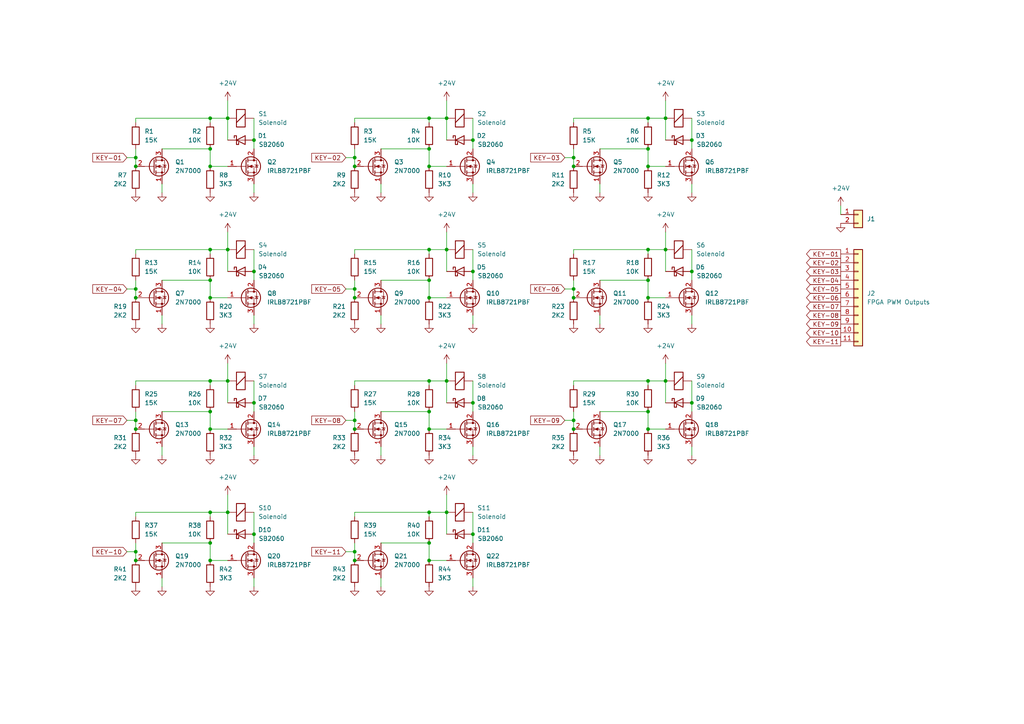
<source format=kicad_sch>
(kicad_sch (version 20211123) (generator eeschema)
  (paper "A4")
  (junction (at 187.96 43.18))
  (junction (at 193.04 34.29))
  (junction (at 166.37 121.92))
  (junction (at 129.54 34.29))
  (junction (at 124.46 34.29))
  (junction (at 73.66 154.94))
  (junction (at 124.46 119.38))
  (junction (at 39.37 48.26))
  (junction (at 129.54 72.39))
  (junction (at 124.46 110.49))
  (junction (at 60.96 48.26))
  (junction (at 129.54 148.59))
  (junction (at 166.37 45.72))
  (junction (at 137.16 78.74))
  (junction (at 60.96 162.56))
  (junction (at 124.46 48.26))
  (junction (at 166.37 86.36))
  (junction (at 39.37 45.72))
  (junction (at 39.37 83.82))
  (junction (at 60.96 119.38))
  (junction (at 66.04 148.59))
  (junction (at 73.66 40.64))
  (junction (at 102.87 124.46))
  (junction (at 66.04 72.39))
  (junction (at 187.96 81.28))
  (junction (at 200.66 40.64))
  (junction (at 102.87 45.72))
  (junction (at 39.37 121.92))
  (junction (at 187.96 48.26))
  (junction (at 124.46 81.28))
  (junction (at 193.04 110.49))
  (junction (at 60.96 124.46))
  (junction (at 166.37 48.26))
  (junction (at 60.96 81.28))
  (junction (at 60.96 43.18))
  (junction (at 102.87 160.02))
  (junction (at 73.66 78.74))
  (junction (at 60.96 157.48))
  (junction (at 60.96 86.36))
  (junction (at 187.96 72.39))
  (junction (at 137.16 154.94))
  (junction (at 200.66 116.84))
  (junction (at 137.16 116.84))
  (junction (at 60.96 110.49))
  (junction (at 102.87 121.92))
  (junction (at 124.46 162.56))
  (junction (at 124.46 124.46))
  (junction (at 166.37 83.82))
  (junction (at 102.87 83.82))
  (junction (at 60.96 148.59))
  (junction (at 102.87 86.36))
  (junction (at 39.37 124.46))
  (junction (at 73.66 116.84))
  (junction (at 187.96 119.38))
  (junction (at 187.96 34.29))
  (junction (at 124.46 86.36))
  (junction (at 124.46 157.48))
  (junction (at 187.96 86.36))
  (junction (at 60.96 34.29))
  (junction (at 102.87 48.26))
  (junction (at 187.96 124.46))
  (junction (at 66.04 110.49))
  (junction (at 124.46 43.18))
  (junction (at 102.87 162.56))
  (junction (at 124.46 72.39))
  (junction (at 200.66 78.74))
  (junction (at 66.04 34.29))
  (junction (at 39.37 162.56))
  (junction (at 39.37 160.02))
  (junction (at 124.46 148.59))
  (junction (at 137.16 40.64))
  (junction (at 187.96 110.49))
  (junction (at 193.04 72.39))
  (junction (at 166.37 124.46))
  (junction (at 60.96 72.39))
  (junction (at 129.54 110.49))
  (junction (at 39.37 86.36))
  (wire (pts (xy 39.37 148.59) (xy 60.96 148.59)))
  (wire (pts (xy 193.04 110.49) (xy 193.04 116.84)))
  (wire (pts (xy 102.87 34.29) (xy 102.87 35.56)))
  (wire (pts (xy 124.46 110.49) (xy 124.46 111.76)))
  (wire (pts (xy 110.49 53.34) (xy 110.49 55.88)))
  (wire (pts (xy 124.46 48.26) (xy 129.54 48.26)))
  (wire (pts (xy 39.37 45.72) (xy 39.37 48.26)))
  (wire (pts (xy 102.87 148.59) (xy 124.46 148.59)))
  (wire (pts (xy 39.37 43.18) (xy 39.37 45.72)))
  (wire (pts (xy 36.83 45.72) (xy 39.37 45.72)))
  (wire (pts (xy 102.87 43.18) (xy 102.87 45.72)))
  (wire (pts (xy 187.96 34.29) (xy 187.96 35.56)))
  (wire (pts (xy 39.37 148.59) (xy 39.37 149.86)))
  (wire (pts (xy 173.99 43.18) (xy 187.96 43.18)))
  (wire (pts (xy 110.49 119.38) (xy 124.46 119.38)))
  (wire (pts (xy 193.04 105.41) (xy 193.04 110.49)))
  (wire (pts (xy 60.96 72.39) (xy 66.04 72.39)))
  (wire (pts (xy 66.04 105.41) (xy 66.04 110.49)))
  (wire (pts (xy 193.04 72.39) (xy 193.04 78.74)))
  (wire (pts (xy 102.87 72.39) (xy 124.46 72.39)))
  (wire (pts (xy 66.04 143.51) (xy 66.04 148.59)))
  (wire (pts (xy 129.54 105.41) (xy 129.54 110.49)))
  (wire (pts (xy 60.96 34.29) (xy 60.96 35.56)))
  (wire (pts (xy 60.96 124.46) (xy 66.04 124.46)))
  (wire (pts (xy 60.96 72.39) (xy 60.96 73.66)))
  (wire (pts (xy 39.37 72.39) (xy 60.96 72.39)))
  (wire (pts (xy 193.04 34.29) (xy 193.04 40.64)))
  (wire (pts (xy 100.33 121.92) (xy 102.87 121.92)))
  (wire (pts (xy 46.99 53.34) (xy 46.99 55.88)))
  (wire (pts (xy 173.99 129.54) (xy 173.99 132.08)))
  (wire (pts (xy 166.37 119.38) (xy 166.37 121.92)))
  (wire (pts (xy 73.66 129.54) (xy 73.66 132.08)))
  (wire (pts (xy 166.37 110.49) (xy 187.96 110.49)))
  (wire (pts (xy 200.66 116.84) (xy 200.66 119.38)))
  (wire (pts (xy 100.33 83.82) (xy 102.87 83.82)))
  (wire (pts (xy 39.37 34.29) (xy 39.37 35.56)))
  (wire (pts (xy 124.46 72.39) (xy 124.46 73.66)))
  (wire (pts (xy 39.37 34.29) (xy 60.96 34.29)))
  (wire (pts (xy 46.99 119.38) (xy 60.96 119.38)))
  (wire (pts (xy 110.49 91.44) (xy 110.49 93.98)))
  (wire (pts (xy 73.66 78.74) (xy 73.66 81.28)))
  (wire (pts (xy 46.99 157.48) (xy 60.96 157.48)))
  (wire (pts (xy 243.84 59.69) (xy 243.84 62.23)))
  (wire (pts (xy 73.66 40.64) (xy 73.66 43.18)))
  (wire (pts (xy 187.96 119.38) (xy 187.96 124.46)))
  (wire (pts (xy 60.96 110.49) (xy 60.96 111.76)))
  (wire (pts (xy 200.66 91.44) (xy 200.66 93.98)))
  (wire (pts (xy 110.49 43.18) (xy 124.46 43.18)))
  (wire (pts (xy 100.33 160.02) (xy 102.87 160.02)))
  (wire (pts (xy 73.66 148.59) (xy 73.66 154.94)))
  (wire (pts (xy 163.83 83.82) (xy 166.37 83.82)))
  (wire (pts (xy 39.37 110.49) (xy 39.37 111.76)))
  (wire (pts (xy 163.83 45.72) (xy 166.37 45.72)))
  (wire (pts (xy 187.96 43.18) (xy 187.96 48.26)))
  (wire (pts (xy 110.49 167.64) (xy 110.49 170.18)))
  (wire (pts (xy 102.87 110.49) (xy 102.87 111.76)))
  (wire (pts (xy 166.37 81.28) (xy 166.37 83.82)))
  (wire (pts (xy 166.37 72.39) (xy 187.96 72.39)))
  (wire (pts (xy 39.37 157.48) (xy 39.37 160.02)))
  (wire (pts (xy 73.66 110.49) (xy 73.66 116.84)))
  (wire (pts (xy 60.96 119.38) (xy 60.96 124.46)))
  (wire (pts (xy 110.49 157.48) (xy 124.46 157.48)))
  (wire (pts (xy 39.37 72.39) (xy 39.37 73.66)))
  (wire (pts (xy 102.87 45.72) (xy 102.87 48.26)))
  (wire (pts (xy 102.87 34.29) (xy 124.46 34.29)))
  (wire (pts (xy 110.49 129.54) (xy 110.49 132.08)))
  (wire (pts (xy 193.04 67.31) (xy 193.04 72.39)))
  (wire (pts (xy 129.54 148.59) (xy 129.54 154.94)))
  (wire (pts (xy 124.46 110.49) (xy 129.54 110.49)))
  (wire (pts (xy 166.37 45.72) (xy 166.37 48.26)))
  (wire (pts (xy 187.96 48.26) (xy 193.04 48.26)))
  (wire (pts (xy 46.99 129.54) (xy 46.99 132.08)))
  (wire (pts (xy 137.16 116.84) (xy 137.16 119.38)))
  (wire (pts (xy 60.96 43.18) (xy 60.96 48.26)))
  (wire (pts (xy 46.99 43.18) (xy 60.96 43.18)))
  (wire (pts (xy 187.96 86.36) (xy 193.04 86.36)))
  (wire (pts (xy 39.37 81.28) (xy 39.37 83.82)))
  (wire (pts (xy 36.83 121.92) (xy 39.37 121.92)))
  (wire (pts (xy 46.99 81.28) (xy 60.96 81.28)))
  (wire (pts (xy 102.87 148.59) (xy 102.87 149.86)))
  (wire (pts (xy 200.66 40.64) (xy 200.66 43.18)))
  (wire (pts (xy 39.37 160.02) (xy 39.37 162.56)))
  (wire (pts (xy 124.46 148.59) (xy 129.54 148.59)))
  (wire (pts (xy 187.96 72.39) (xy 187.96 73.66)))
  (wire (pts (xy 60.96 157.48) (xy 60.96 162.56)))
  (wire (pts (xy 137.16 72.39) (xy 137.16 78.74)))
  (wire (pts (xy 129.54 29.21) (xy 129.54 34.29)))
  (wire (pts (xy 187.96 110.49) (xy 187.96 111.76)))
  (wire (pts (xy 102.87 157.48) (xy 102.87 160.02)))
  (wire (pts (xy 46.99 91.44) (xy 46.99 93.98)))
  (wire (pts (xy 163.83 121.92) (xy 166.37 121.92)))
  (wire (pts (xy 137.16 40.64) (xy 137.16 43.18)))
  (wire (pts (xy 73.66 91.44) (xy 73.66 93.98)))
  (wire (pts (xy 200.66 78.74) (xy 200.66 81.28)))
  (wire (pts (xy 66.04 67.31) (xy 66.04 72.39)))
  (wire (pts (xy 73.66 116.84) (xy 73.66 119.38)))
  (wire (pts (xy 124.46 34.29) (xy 129.54 34.29)))
  (wire (pts (xy 137.16 78.74) (xy 137.16 81.28)))
  (wire (pts (xy 124.46 157.48) (xy 124.46 162.56)))
  (wire (pts (xy 137.16 53.34) (xy 137.16 55.88)))
  (wire (pts (xy 102.87 160.02) (xy 102.87 162.56)))
  (wire (pts (xy 100.33 45.72) (xy 102.87 45.72)))
  (wire (pts (xy 124.46 34.29) (xy 124.46 35.56)))
  (wire (pts (xy 60.96 162.56) (xy 66.04 162.56)))
  (wire (pts (xy 60.96 86.36) (xy 66.04 86.36)))
  (wire (pts (xy 129.54 67.31) (xy 129.54 72.39)))
  (wire (pts (xy 102.87 119.38) (xy 102.87 121.92)))
  (wire (pts (xy 124.46 81.28) (xy 124.46 86.36)))
  (wire (pts (xy 200.66 129.54) (xy 200.66 132.08)))
  (wire (pts (xy 187.96 110.49) (xy 193.04 110.49)))
  (wire (pts (xy 102.87 83.82) (xy 102.87 86.36)))
  (wire (pts (xy 73.66 34.29) (xy 73.66 40.64)))
  (wire (pts (xy 124.46 148.59) (xy 124.46 149.86)))
  (wire (pts (xy 166.37 34.29) (xy 187.96 34.29)))
  (wire (pts (xy 39.37 119.38) (xy 39.37 121.92)))
  (wire (pts (xy 187.96 34.29) (xy 193.04 34.29)))
  (wire (pts (xy 102.87 110.49) (xy 124.46 110.49)))
  (wire (pts (xy 137.16 148.59) (xy 137.16 154.94)))
  (wire (pts (xy 129.54 110.49) (xy 129.54 116.84)))
  (wire (pts (xy 36.83 83.82) (xy 39.37 83.82)))
  (wire (pts (xy 137.16 110.49) (xy 137.16 116.84)))
  (wire (pts (xy 166.37 43.18) (xy 166.37 45.72)))
  (wire (pts (xy 200.66 53.34) (xy 200.66 55.88)))
  (wire (pts (xy 200.66 34.29) (xy 200.66 40.64)))
  (wire (pts (xy 137.16 154.94) (xy 137.16 157.48)))
  (wire (pts (xy 173.99 119.38) (xy 187.96 119.38)))
  (wire (pts (xy 39.37 83.82) (xy 39.37 86.36)))
  (wire (pts (xy 66.04 34.29) (xy 66.04 40.64)))
  (wire (pts (xy 73.66 154.94) (xy 73.66 157.48)))
  (wire (pts (xy 46.99 167.64) (xy 46.99 170.18)))
  (wire (pts (xy 137.16 167.64) (xy 137.16 170.18)))
  (wire (pts (xy 73.66 53.34) (xy 73.66 55.88)))
  (wire (pts (xy 137.16 91.44) (xy 137.16 93.98)))
  (wire (pts (xy 166.37 72.39) (xy 166.37 73.66)))
  (wire (pts (xy 129.54 72.39) (xy 129.54 78.74)))
  (wire (pts (xy 124.46 119.38) (xy 124.46 124.46)))
  (wire (pts (xy 102.87 121.92) (xy 102.87 124.46)))
  (wire (pts (xy 166.37 110.49) (xy 166.37 111.76)))
  (wire (pts (xy 173.99 53.34) (xy 173.99 55.88)))
  (wire (pts (xy 129.54 143.51) (xy 129.54 148.59)))
  (wire (pts (xy 102.87 81.28) (xy 102.87 83.82)))
  (wire (pts (xy 173.99 81.28) (xy 187.96 81.28)))
  (wire (pts (xy 193.04 29.21) (xy 193.04 34.29)))
  (wire (pts (xy 124.46 43.18) (xy 124.46 48.26)))
  (wire (pts (xy 166.37 121.92) (xy 166.37 124.46)))
  (wire (pts (xy 73.66 72.39) (xy 73.66 78.74)))
  (wire (pts (xy 129.54 34.29) (xy 129.54 40.64)))
  (wire (pts (xy 137.16 34.29) (xy 137.16 40.64)))
  (wire (pts (xy 187.96 72.39) (xy 193.04 72.39)))
  (wire (pts (xy 60.96 148.59) (xy 60.96 149.86)))
  (wire (pts (xy 36.83 160.02) (xy 39.37 160.02)))
  (wire (pts (xy 124.46 72.39) (xy 129.54 72.39)))
  (wire (pts (xy 66.04 72.39) (xy 66.04 78.74)))
  (wire (pts (xy 60.96 148.59) (xy 66.04 148.59)))
  (wire (pts (xy 66.04 110.49) (xy 66.04 116.84)))
  (wire (pts (xy 60.96 81.28) (xy 60.96 86.36)))
  (wire (pts (xy 137.16 129.54) (xy 137.16 132.08)))
  (wire (pts (xy 187.96 124.46) (xy 193.04 124.46)))
  (wire (pts (xy 73.66 167.64) (xy 73.66 170.18)))
  (wire (pts (xy 66.04 29.21) (xy 66.04 34.29)))
  (wire (pts (xy 124.46 124.46) (xy 129.54 124.46)))
  (wire (pts (xy 173.99 91.44) (xy 173.99 93.98)))
  (wire (pts (xy 66.04 148.59) (xy 66.04 154.94)))
  (wire (pts (xy 166.37 83.82) (xy 166.37 86.36)))
  (wire (pts (xy 39.37 110.49) (xy 60.96 110.49)))
  (wire (pts (xy 124.46 162.56) (xy 129.54 162.56)))
  (wire (pts (xy 39.37 121.92) (xy 39.37 124.46)))
  (wire (pts (xy 60.96 48.26) (xy 66.04 48.26)))
  (wire (pts (xy 102.87 72.39) (xy 102.87 73.66)))
  (wire (pts (xy 110.49 81.28) (xy 124.46 81.28)))
  (wire (pts (xy 200.66 110.49) (xy 200.66 116.84)))
  (wire (pts (xy 60.96 34.29) (xy 66.04 34.29)))
  (wire (pts (xy 166.37 34.29) (xy 166.37 35.56)))
  (wire (pts (xy 124.46 86.36) (xy 129.54 86.36)))
  (wire (pts (xy 200.66 72.39) (xy 200.66 78.74)))
  (wire (pts (xy 187.96 81.28) (xy 187.96 86.36)))
  (wire (pts (xy 60.96 110.49) (xy 66.04 110.49)))
  (global_label "KEY-05" (shape input) (at 100.33 83.82 180) (property "Intersheet References" "${INTERSHEET_REFS}" (effects hide)))
  (global_label "KEY-01" (shape input) (at 36.83 45.72 180) (property "Intersheet References" "${INTERSHEET_REFS}" (effects hide)))
  (global_label "KEY-06" (shape input) (at 163.83 83.82 180) (property "Intersheet References" "${INTERSHEET_REFS}" (effects hide)))
  (global_label "KEY-09" (shape input) (at 163.83 121.92 180) (property "Intersheet References" "${INTERSHEET_REFS}" (effects hide)))
  (global_label "KEY-02" (shape output) (at 243.84 76.2 180) (property "Intersheet References" "${INTERSHEET_REFS}" (effects hide)))
  (global_label "KEY-10" (shape input) (at 36.83 160.02 180) (property "Intersheet References" "${INTERSHEET_REFS}" (effects hide)))
  (global_label "KEY-03" (shape input) (at 163.83 45.72 180) (property "Intersheet References" "${INTERSHEET_REFS}" (effects hide)))
  (global_label "KEY-11" (shape input) (at 100.33 160.02 180) (property "Intersheet References" "${INTERSHEET_REFS}" (effects hide)))
  (global_label "KEY-02" (shape input) (at 100.33 45.72 180) (property "Intersheet References" "${INTERSHEET_REFS}" (effects hide)))
  (global_label "KEY-07" (shape output) (at 243.84 88.9 180) (property "Intersheet References" "${INTERSHEET_REFS}" (effects hide)))
  (global_label "KEY-08" (shape input) (at 100.33 121.92 180) (property "Intersheet References" "${INTERSHEET_REFS}" (effects hide)))
  (global_label "KEY-11" (shape output) (at 243.84 99.06 180) (property "Intersheet References" "${INTERSHEET_REFS}" (effects hide)))
  (global_label "KEY-10" (shape output) (at 243.84 96.52 180) (property "Intersheet References" "${INTERSHEET_REFS}" (effects hide)))
  (global_label "KEY-01" (shape output) (at 243.84 73.66 180) (property "Intersheet References" "${INTERSHEET_REFS}" (effects hide)))
  (global_label "KEY-04" (shape input) (at 36.83 83.82 180) (property "Intersheet References" "${INTERSHEET_REFS}" (effects hide)))
  (global_label "KEY-07" (shape input) (at 36.83 121.92 180) (property "Intersheet References" "${INTERSHEET_REFS}" (effects hide)))
  (global_label "KEY-03" (shape output) (at 243.84 78.74 180) (property "Intersheet References" "${INTERSHEET_REFS}" (effects hide)))
  (global_label "KEY-05" (shape output) (at 243.84 83.82 180) (property "Intersheet References" "${INTERSHEET_REFS}" (effects hide)))
  (global_label "KEY-04" (shape output) (at 243.84 81.28 180) (property "Intersheet References" "${INTERSHEET_REFS}" (effects hide)))
  (global_label "KEY-06" (shape output) (at 243.84 86.36 180) (property "Intersheet References" "${INTERSHEET_REFS}" (effects hide)))
  (global_label "KEY-08" (shape output) (at 243.84 91.44 180) (property "Intersheet References" "${INTERSHEET_REFS}" (effects hide)))
  (global_label "KEY-09" (shape output) (at 243.84 93.98 180) (property "Intersheet References" "${INTERSHEET_REFS}" (effects hide)))
  (symbol (lib_id "power:GND") (at 73.66 55.88 0) (unit 1)
    (property "Reference" "#PWR07" (effects hide))
    (property "Value" "GND" (effects hide))
  )
  (symbol (lib_id "power:GND") (at 166.37 55.88 0) (unit 1)
    (property "Reference" "#PWR012" (effects hide))
    (property "Value" "GND" (effects hide))
  )
  (symbol (lib_id "Device:R") (at 187.96 39.37 0) (unit 1)
    (property "Reference" "R6" (at 185.42 38.1 0) (effects (justify right)))
    (property "Value" "10K" (at 185.42 40.64 0) (effects (justify right)))
    (property "Footprint" "Resistor_THT:R_Axial_DIN0204_L3.6mm_D1.6mm_P2.54mm_Vertical" (effects hide))
  )
  (symbol (lib_id "power:+24V") (at 129.54 29.21 0) (unit 1)
    (property "Reference" "#PWR02" (effects hide))
    (property "Value" "+24V" (at 129.54 24.13 0))
  )
  (symbol (lib_id "power:GND") (at 200.66 55.88 0) (unit 1)
    (property "Reference" "#PWR015" (effects hide))
    (property "Value" "GND" (effects hide))
  )
  (symbol (lib_id "power:GND") (at 187.96 93.98 0) (unit 1)
    (property "Reference" "#PWR031" (effects hide))
    (property "Value" "GND" (effects hide))
  )
  (symbol (lib_id "power:GND") (at 39.37 132.08 0) (unit 1)
    (property "Reference" "#PWR036" (effects hide))
    (property "Value" "GND" (effects hide))
  )
  (symbol (lib_id "Device:R") (at 60.96 52.07 0) (unit 1)
    (property "Reference" "R8" (at 63.5 50.7999 0) (effects (justify left)))
    (property "Value" "3K3" (at 63.5 53.3399 0) (effects (justify left)))
    (property "Footprint" "Resistor_THT:R_Axial_DIN0204_L3.6mm_D1.6mm_P2.54mm_Vertical" (effects hide))
  )
  (symbol (lib_id "Device:ElectromagneticActor") (at 134.62 34.29 90) (unit 1)
    (property "Reference" "S2" (at 138.43 33.02 90) (effects (justify right)))
    (property "Value" "Solenoid" (at 138.43 35.56 90) (effects (justify right)))
    (property "Footprint" "TerminalBlock_TE-Connectivity:TerminalBlock_TE_282834-2_1x02_P2.54mm_Horizontal" (effects hide))
  )
  (symbol (lib_id "Transistor_FET:IRLB8721PBF") (at 71.12 48.26 0) (unit 1)
    (property "Reference" "Q2" (at 77.47 46.9899 0) (effects (justify left)))
    (property "Value" "IRLB8721PBF" (at 77.47 49.5299 0) (effects (justify left)))
    (property "Footprint" "Package_TO_SOT_THT:TO-220-3_Vertical" (effects hide))
    (property "Datasheet" "http://www.infineon.com/dgdl/irlb8721pbf.pdf?fileId=5546d462533600a40153566056732591" (effects hide))
  )
  (symbol (lib_id "Device:D_Schottky") (at 69.85 40.64 0) (unit 1)
    (property "Reference" "D1" (at 77.47 39.37 0) (effects (justify right)))
    (property "Value" "SB2060" (at 82.55 41.91 0) (effects (justify right)))
    (property "Footprint" "Diode_THT:D_DO-201AD_P15.24mm_Horizontal" (effects hide))
  )
  (symbol (lib_id "power:GND") (at 39.37 170.18 0) (unit 1)
    (property "Reference" "#PWR050" (effects hide))
    (property "Value" "GND" (effects hide))
  )
  (symbol (lib_id "Transistor_FET:IRLB8721PBF") (at 134.62 48.26 0) (unit 1)
    (property "Reference" "Q4" (at 140.97 46.9899 0) (effects (justify left)))
    (property "Value" "IRLB8721PBF" (at 140.97 49.5299 0) (effects (justify left)))
    (property "Footprint" "Package_TO_SOT_THT:TO-220-3_Vertical" (effects hide))
    (property "Datasheet" "http://www.infineon.com/dgdl/irlb8721pbf.pdf?fileId=5546d462533600a40153566056732591" (effects hide))
  )
  (symbol (lib_id "Transistor_FET:2N7000") (at 44.45 124.46 0) (unit 1)
    (property "Reference" "Q13" (at 50.8 123.1899 0) (effects (justify left)))
    (property "Value" "2N7000" (at 50.8 125.7299 0) (effects (justify left)))
    (property "Footprint" "Package_TO_SOT_THT:TO-92_Inline" (effects hide))
    (property "Datasheet" "https://www.vishay.com/docs/70226/70226.pdf" (effects hide))
  )
  (symbol (lib_id "Device:R") (at 187.96 128.27 0) (unit 1)
    (property "Reference" "R36" (at 190.5 126.9999 0) (effects (justify left)))
    (property "Value" "3K3" (at 190.5 129.5399 0) (effects (justify left)))
    (property "Footprint" "Resistor_THT:R_Axial_DIN0204_L3.6mm_D1.6mm_P2.54mm_Vertical" (effects hide))
  )
  (symbol (lib_id "Device:D_Schottky") (at 133.35 116.84 0) (unit 1)
    (property "Reference" "D8" (at 140.97 115.57 0) (effects (justify right)))
    (property "Value" "SB2060" (at 146.05 118.11 0) (effects (justify right)))
    (property "Footprint" "Diode_THT:D_DO-201AD_P15.24mm_Horizontal" (effects hide))
  )
  (symbol (lib_id "Device:R") (at 60.96 115.57 0) (unit 1)
    (property "Reference" "R26" (at 58.42 114.3 0) (effects (justify right)))
    (property "Value" "10K" (at 58.42 116.84 0) (effects (justify right)))
    (property "Footprint" "Resistor_THT:R_Axial_DIN0204_L3.6mm_D1.6mm_P2.54mm_Vertical" (effects hide))
  )
  (symbol (lib_id "power:GND") (at 124.46 132.08 0) (unit 1)
    (property "Reference" "#PWR042" (effects hide))
    (property "Value" "GND" (effects hide))
  )
  (symbol (lib_id "Device:R") (at 124.46 52.07 0) (unit 1)
    (property "Reference" "R10" (at 127 50.7999 0) (effects (justify left)))
    (property "Value" "3K3" (at 127 53.3399 0) (effects (justify left)))
    (property "Footprint" "Resistor_THT:R_Axial_DIN0204_L3.6mm_D1.6mm_P2.54mm_Vertical" (effects hide))
  )
  (symbol (lib_id "Device:R") (at 124.46 166.37 0) (unit 1)
    (property "Reference" "R44" (at 127 165.0999 0) (effects (justify left)))
    (property "Value" "3K3" (at 127 167.6399 0) (effects (justify left)))
    (property "Footprint" "Resistor_THT:R_Axial_DIN0204_L3.6mm_D1.6mm_P2.54mm_Vertical" (effects hide))
  )
  (symbol (lib_id "power:GND") (at 60.96 55.88 0) (unit 1)
    (property "Reference" "#PWR06" (effects hide))
    (property "Value" "GND" (effects hide))
  )
  (symbol (lib_id "Device:D_Schottky") (at 196.85 116.84 0) (unit 1)
    (property "Reference" "D9" (at 204.47 115.57 0) (effects (justify right)))
    (property "Value" "SB2060" (at 209.55 118.11 0) (effects (justify right)))
    (property "Footprint" "Diode_THT:D_DO-201AD_P15.24mm_Horizontal" (effects hide))
  )
  (symbol (lib_id "power:GND") (at 110.49 55.88 0) (unit 1)
    (property "Reference" "#PWR09" (effects hide))
    (property "Value" "GND" (effects hide))
  )
  (symbol (lib_id "Device:R") (at 102.87 39.37 180) (unit 1)
    (property "Reference" "R3" (at 105.41 38.0999 0) (effects (justify right)))
    (property "Value" "15K" (at 105.41 40.6399 0) (effects (justify right)))
    (property "Footprint" "Resistor_THT:R_Axial_DIN0204_L3.6mm_D1.6mm_P2.54mm_Vertical" (effects hide))
  )
  (symbol (lib_id "Device:R") (at 39.37 115.57 180) (unit 1)
    (property "Reference" "R25" (at 41.91 114.2999 0) (effects (justify right)))
    (property "Value" "15K" (at 41.91 116.8399 0) (effects (justify right)))
    (property "Footprint" "Resistor_THT:R_Axial_DIN0204_L3.6mm_D1.6mm_P2.54mm_Vertical" (effects hide))
  )
  (symbol (lib_id "Transistor_FET:IRLB8721PBF") (at 71.12 162.56 0) (unit 1)
    (property "Reference" "Q20" (at 77.47 161.2899 0) (effects (justify left)))
    (property "Value" "IRLB8721PBF" (at 77.47 163.8299 0) (effects (justify left)))
    (property "Footprint" "Package_TO_SOT_THT:TO-220-3_Vertical" (effects hide))
    (property "Datasheet" "http://www.infineon.com/dgdl/irlb8721pbf.pdf?fileId=5546d462533600a40153566056732591" (effects hide))
  )
  (symbol (lib_id "power:GND") (at 110.49 132.08 0) (unit 1)
    (property "Reference" "#PWR041" (effects hide))
    (property "Value" "GND" (effects hide))
  )
  (symbol (lib_id "Device:R") (at 60.96 39.37 0) (unit 1)
    (property "Reference" "R2" (at 58.42 38.1 0) (effects (justify right)))
    (property "Value" "10K" (at 58.42 40.64 0) (effects (justify right)))
    (property "Footprint" "Resistor_THT:R_Axial_DIN0204_L3.6mm_D1.6mm_P2.54mm_Vertical" (effects hide))
  )
  (symbol (lib_id "Device:D_Schottky") (at 133.35 40.64 0) (unit 1)
    (property "Reference" "D2" (at 140.97 39.37 0) (effects (justify right)))
    (property "Value" "SB2060" (at 146.05 41.91 0) (effects (justify right)))
    (property "Footprint" "Diode_THT:D_DO-201AD_P15.24mm_Horizontal" (effects hide))
  )
  (symbol (lib_id "Connector_Generic:Conn_01x02") (at 248.92 62.23 0) (unit 1)
    (property "Reference" "J1" (at 251.46 63.5 0) (effects (justify left)))
    (property "Value" "+24V" (effects hide))
    (property "Footprint" "TerminalBlock_TE-Connectivity:TerminalBlock_TE_282834-2_1x02_P2.54mm_Horizontal" (effects hide))
    (property "Spice_Primitive" "V" (effects hide))
    (property "Spice_Model" "dc 24" (effects hide))
    (property "Spice_Netlist_Enabled" "Y" (effects hide))
  )
  (symbol (lib_id "power:GND") (at 60.96 132.08 0) (unit 1)
    (property "Reference" "#PWR038" (effects hide))
    (property "Value" "GND" (effects hide))
  )
  (symbol (lib_id "Device:D_Schottky") (at 69.85 116.84 0) (unit 1)
    (property "Reference" "D7" (at 77.47 115.57 0) (effects (justify right)))
    (property "Value" "SB2060" (at 82.55 118.11 0) (effects (justify right)))
    (property "Footprint" "Diode_THT:D_DO-201AD_P15.24mm_Horizontal" (effects hide))
  )
  (symbol (lib_id "Device:R") (at 102.87 52.07 0) (unit 1)
    (property "Reference" "R9" (at 100.33 50.8 0) (effects (justify right)))
    (property "Value" "2K2" (at 100.33 53.34 0) (effects (justify right)))
    (property "Footprint" "Resistor_THT:R_Axial_DIN0204_L3.6mm_D1.6mm_P2.54mm_Vertical" (effects hide))
  )
  (symbol (lib_id "Device:R") (at 124.46 115.57 0) (unit 1)
    (property "Reference" "R28" (at 121.92 114.3 0) (effects (justify right)))
    (property "Value" "10K" (at 121.92 116.84 0) (effects (justify right)))
    (property "Footprint" "Resistor_THT:R_Axial_DIN0204_L3.6mm_D1.6mm_P2.54mm_Vertical" (effects hide))
  )
  (symbol (lib_id "Device:R") (at 39.37 166.37 0) (unit 1)
    (property "Reference" "R41" (at 36.83 165.1 0) (effects (justify right)))
    (property "Value" "2K2" (at 36.83 167.64 0) (effects (justify right)))
    (property "Footprint" "Resistor_THT:R_Axial_DIN0204_L3.6mm_D1.6mm_P2.54mm_Vertical" (effects hide))
  )
  (symbol (lib_id "power:GND") (at 124.46 93.98 0) (unit 1)
    (property "Reference" "#PWR027" (effects hide))
    (property "Value" "GND" (effects hide))
  )
  (symbol (lib_id "Device:R") (at 187.96 77.47 0) (unit 1)
    (property "Reference" "R18" (at 185.42 76.2 0) (effects (justify right)))
    (property "Value" "10K" (at 185.42 78.74 0) (effects (justify right)))
    (property "Footprint" "Resistor_THT:R_Axial_DIN0204_L3.6mm_D1.6mm_P2.54mm_Vertical" (effects hide))
  )
  (symbol (lib_id "Transistor_FET:2N7000") (at 107.95 86.36 0) (unit 1)
    (property "Reference" "Q9" (at 114.3 85.0899 0) (effects (justify left)))
    (property "Value" "2N7000" (at 114.3 87.6299 0) (effects (justify left)))
    (property "Footprint" "Package_TO_SOT_THT:TO-92_Inline" (effects hide))
    (property "Datasheet" "https://www.vishay.com/docs/70226/70226.pdf" (effects hide))
  )
  (symbol (lib_id "Device:ElectromagneticActor") (at 134.62 72.39 90) (unit 1)
    (property "Reference" "S5" (at 138.43 71.12 90) (effects (justify right)))
    (property "Value" "Solenoid" (at 138.43 73.66 90) (effects (justify right)))
    (property "Footprint" "TerminalBlock_TE-Connectivity:TerminalBlock_TE_282834-2_1x02_P2.54mm_Horizontal" (effects hide))
  )
  (symbol (lib_id "power:GND") (at 166.37 132.08 0) (unit 1)
    (property "Reference" "#PWR044" (effects hide))
    (property "Value" "GND" (effects hide))
  )
  (symbol (lib_id "power:GND") (at 187.96 55.88 0) (unit 1)
    (property "Reference" "#PWR014" (effects hide))
    (property "Value" "GND" (effects hide))
  )
  (symbol (lib_id "Device:R") (at 102.87 115.57 180) (unit 1)
    (property "Reference" "R27" (at 105.41 114.2999 0) (effects (justify right)))
    (property "Value" "15K" (at 105.41 116.8399 0) (effects (justify right)))
    (property "Footprint" "Resistor_THT:R_Axial_DIN0204_L3.6mm_D1.6mm_P2.54mm_Vertical" (effects hide))
  )
  (symbol (lib_id "power:GND") (at 187.96 132.08 0) (unit 1)
    (property "Reference" "#PWR046" (effects hide))
    (property "Value" "GND" (effects hide))
  )
  (symbol (lib_id "power:GND") (at 46.99 93.98 0) (unit 1)
    (property "Reference" "#PWR022" (effects hide))
    (property "Value" "GND" (effects hide))
  )
  (symbol (lib_id "Device:ElectromagneticActor") (at 71.12 148.59 90) (unit 1)
    (property "Reference" "S10" (at 74.93 147.32 90) (effects (justify right)))
    (property "Value" "Solenoid" (at 74.93 149.86 90) (effects (justify right)))
    (property "Footprint" "TerminalBlock_TE-Connectivity:TerminalBlock_TE_282834-2_1x02_P2.54mm_Horizontal" (effects hide))
  )
  (symbol (lib_id "Device:ElectromagneticActor") (at 198.12 72.39 90) (unit 1)
    (property "Reference" "S6" (at 201.93 71.12 90) (effects (justify right)))
    (property "Value" "Solenoid" (at 201.93 73.66 90) (effects (justify right)))
    (property "Footprint" "TerminalBlock_TE-Connectivity:TerminalBlock_TE_282834-2_1x02_P2.54mm_Horizontal" (effects hide))
  )
  (symbol (lib_id "Device:ElectromagneticActor") (at 198.12 34.29 90) (unit 1)
    (property "Reference" "S3" (at 201.93 33.02 90) (effects (justify right)))
    (property "Value" "Solenoid" (at 201.93 35.56 90) (effects (justify right)))
    (property "Footprint" "TerminalBlock_TE-Connectivity:TerminalBlock_TE_282834-2_1x02_P2.54mm_Horizontal" (effects hide))
  )
  (symbol (lib_id "Device:R") (at 39.37 90.17 0) (unit 1)
    (property "Reference" "R19" (at 36.83 88.9 0) (effects (justify right)))
    (property "Value" "2K2" (at 36.83 91.44 0) (effects (justify right)))
    (property "Footprint" "Resistor_THT:R_Axial_DIN0204_L3.6mm_D1.6mm_P2.54mm_Vertical" (effects hide))
  )
  (symbol (lib_id "power:GND") (at 102.87 170.18 0) (unit 1)
    (property "Reference" "#PWR054" (effects hide))
    (property "Value" "GND" (effects hide))
  )
  (symbol (lib_id "Device:R") (at 166.37 128.27 0) (unit 1)
    (property "Reference" "R35" (at 163.83 127 0) (effects (justify right)))
    (property "Value" "2K2" (at 163.83 129.54 0) (effects (justify right)))
    (property "Footprint" "Resistor_THT:R_Axial_DIN0204_L3.6mm_D1.6mm_P2.54mm_Vertical" (effects hide))
  )
  (symbol (lib_id "power:GND") (at 102.87 93.98 0) (unit 1)
    (property "Reference" "#PWR025" (effects hide))
    (property "Value" "GND" (effects hide))
  )
  (symbol (lib_id "Transistor_FET:2N7000") (at 171.45 86.36 0) (unit 1)
    (property "Reference" "Q11" (at 177.8 85.0899 0) (effects (justify left)))
    (property "Value" "2N7000" (at 177.8 87.6299 0) (effects (justify left)))
    (property "Footprint" "Package_TO_SOT_THT:TO-92_Inline" (effects hide))
    (property "Datasheet" "https://www.vishay.com/docs/70226/70226.pdf" (effects hide))
  )
  (symbol (lib_id "Device:D_Schottky") (at 133.35 154.94 0) (unit 1)
    (property "Reference" "D11" (at 142.24 153.67 0) (effects (justify right)))
    (property "Value" "SB2060" (at 146.05 156.21 0) (effects (justify right)))
    (property "Footprint" "Diode_THT:D_DO-201AD_P15.24mm_Horizontal" (effects hide))
  )
  (symbol (lib_id "power:+24V") (at 193.04 29.21 0) (unit 1)
    (property "Reference" "#PWR03" (effects hide))
    (property "Value" "+24V" (at 193.04 24.13 0))
  )
  (symbol (lib_id "Transistor_FET:IRLB8721PBF") (at 134.62 86.36 0) (unit 1)
    (property "Reference" "Q10" (at 140.97 85.0899 0) (effects (justify left)))
    (property "Value" "IRLB8721PBF" (at 140.97 87.6299 0) (effects (justify left)))
    (property "Footprint" "Package_TO_SOT_THT:TO-220-3_Vertical" (effects hide))
    (property "Datasheet" "http://www.infineon.com/dgdl/irlb8721pbf.pdf?fileId=5546d462533600a40153566056732591" (effects hide))
  )
  (symbol (lib_id "Device:R") (at 60.96 166.37 0) (unit 1)
    (property "Reference" "R42" (at 63.5 165.0999 0) (effects (justify left)))
    (property "Value" "3K3" (at 63.5 167.6399 0) (effects (justify left)))
    (property "Footprint" "Resistor_THT:R_Axial_DIN0204_L3.6mm_D1.6mm_P2.54mm_Vertical" (effects hide))
  )
  (symbol (lib_id "power:GND") (at 200.66 93.98 0) (unit 1)
    (property "Reference" "#PWR0101" (effects hide))
    (property "Value" "GND" (effects hide))
  )
  (symbol (lib_id "Device:D_Schottky") (at 196.85 78.74 0) (unit 1)
    (property "Reference" "D6" (at 204.47 77.47 0) (effects (justify right)))
    (property "Value" "SB2060" (at 209.55 80.01 0) (effects (justify right)))
    (property "Footprint" "Diode_THT:D_DO-201AD_P15.24mm_Horizontal" (effects hide))
  )
  (symbol (lib_id "power:GND") (at 46.99 132.08 0) (unit 1)
    (property "Reference" "#PWR037" (effects hide))
    (property "Value" "GND" (effects hide))
  )
  (symbol (lib_id "power:+24V") (at 129.54 105.41 0) (unit 1)
    (property "Reference" "#PWR034" (effects hide))
    (property "Value" "+24V" (at 129.54 100.33 0))
  )
  (symbol (lib_id "Device:R") (at 124.46 77.47 0) (unit 1)
    (property "Reference" "R16" (at 121.92 76.2 0) (effects (justify right)))
    (property "Value" "10K" (at 121.92 78.74 0) (effects (justify right)))
    (property "Footprint" "Resistor_THT:R_Axial_DIN0204_L3.6mm_D1.6mm_P2.54mm_Vertical" (effects hide))
  )
  (symbol (lib_id "power:GND") (at 73.66 93.98 0) (unit 1)
    (property "Reference" "#PWR024" (effects hide))
    (property "Value" "GND" (effects hide))
  )
  (symbol (lib_id "power:GND") (at 102.87 55.88 0) (unit 1)
    (property "Reference" "#PWR08" (effects hide))
    (property "Value" "GND" (effects hide))
  )
  (symbol (lib_id "power:GND") (at 102.87 132.08 0) (unit 1)
    (property "Reference" "#PWR040" (effects hide))
    (property "Value" "GND" (effects hide))
  )
  (symbol (lib_id "Transistor_FET:2N7000") (at 44.45 48.26 0) (unit 1)
    (property "Reference" "Q1" (at 50.8 46.9899 0) (effects (justify left)))
    (property "Value" "2N7000" (at 50.8 49.5299 0) (effects (justify left)))
    (property "Footprint" "Package_TO_SOT_THT:TO-92_Inline" (effects hide))
    (property "Datasheet" "https://www.vishay.com/docs/70226/70226.pdf" (effects hide))
  )
  (symbol (lib_id "Device:R") (at 60.96 128.27 0) (unit 1)
    (property "Reference" "R32" (at 63.5 126.9999 0) (effects (justify left)))
    (property "Value" "3K3" (at 63.5 129.5399 0) (effects (justify left)))
    (property "Footprint" "Resistor_THT:R_Axial_DIN0204_L3.6mm_D1.6mm_P2.54mm_Vertical" (effects hide))
  )
  (symbol (lib_id "Device:R") (at 166.37 52.07 0) (unit 1)
    (property "Reference" "R11" (at 163.83 50.8 0) (effects (justify right)))
    (property "Value" "2K2" (at 163.83 53.34 0) (effects (justify right)))
    (property "Footprint" "Resistor_THT:R_Axial_DIN0204_L3.6mm_D1.6mm_P2.54mm_Vertical" (effects hide))
  )
  (symbol (lib_id "Device:D_Schottky") (at 196.85 40.64 0) (unit 1)
    (property "Reference" "D3" (at 204.47 39.37 0) (effects (justify right)))
    (property "Value" "SB2060" (at 209.55 41.91 0) (effects (justify right)))
    (property "Footprint" "Diode_THT:D_DO-201AD_P15.24mm_Horizontal" (effects hide))
  )
  (symbol (lib_id "Device:R") (at 187.96 90.17 0) (unit 1)
    (property "Reference" "R24" (at 190.5 88.8999 0) (effects (justify left)))
    (property "Value" "3K3" (at 190.5 91.4399 0) (effects (justify left)))
    (property "Footprint" "Resistor_THT:R_Axial_DIN0204_L3.6mm_D1.6mm_P2.54mm_Vertical" (effects hide))
  )
  (symbol (lib_id "Device:ElectromagneticActor") (at 71.12 110.49 90) (unit 1)
    (property "Reference" "S7" (at 74.93 109.22 90) (effects (justify right)))
    (property "Value" "Solenoid" (at 74.93 111.76 90) (effects (justify right)))
    (property "Footprint" "TerminalBlock_TE-Connectivity:TerminalBlock_TE_282834-2_1x02_P2.54mm_Horizontal" (effects hide))
  )
  (symbol (lib_id "Device:R") (at 39.37 39.37 180) (unit 1)
    (property "Reference" "R1" (at 41.91 38.0999 0) (effects (justify right)))
    (property "Value" "15K" (at 41.91 40.6399 0) (effects (justify right)))
    (property "Footprint" "Resistor_THT:R_Axial_DIN0204_L3.6mm_D1.6mm_P2.54mm_Vertical" (effects hide))
  )
  (symbol (lib_id "power:GND") (at 124.46 170.18 0) (unit 1)
    (property "Reference" "#PWR056" (effects hide))
    (property "Value" "GND" (effects hide))
  )
  (symbol (lib_id "power:+24V") (at 66.04 67.31 0) (unit 1)
    (property "Reference" "#PWR018" (effects hide))
    (property "Value" "+24V" (at 66.04 62.23 0))
  )
  (symbol (lib_id "Device:ElectromagneticActor") (at 71.12 72.39 90) (unit 1)
    (property "Reference" "S4" (at 74.93 71.12 90) (effects (justify right)))
    (property "Value" "Solenoid" (at 74.93 73.66 90) (effects (justify right)))
    (property "Footprint" "TerminalBlock_TE-Connectivity:TerminalBlock_TE_282834-2_1x02_P2.54mm_Horizontal" (effects hide))
  )
  (symbol (lib_id "Device:R") (at 124.46 128.27 0) (unit 1)
    (property "Reference" "R34" (at 127 126.9999 0) (effects (justify left)))
    (property "Value" "3K3" (at 127 129.5399 0) (effects (justify left)))
    (property "Footprint" "Resistor_THT:R_Axial_DIN0204_L3.6mm_D1.6mm_P2.54mm_Vertical" (effects hide))
  )
  (symbol (lib_id "power:GND") (at 200.66 132.08 0) (unit 1)
    (property "Reference" "#PWR047" (effects hide))
    (property "Value" "GND" (effects hide))
  )
  (symbol (lib_id "Transistor_FET:IRLB8721PBF") (at 198.12 48.26 0) (unit 1)
    (property "Reference" "Q6" (at 204.47 46.9899 0) (effects (justify left)))
    (property "Value" "IRLB8721PBF" (at 204.47 49.5299 0) (effects (justify left)))
    (property "Footprint" "Package_TO_SOT_THT:TO-220-3_Vertical" (effects hide))
    (property "Datasheet" "http://www.infineon.com/dgdl/irlb8721pbf.pdf?fileId=5546d462533600a40153566056732591" (effects hide))
  )
  (symbol (lib_id "Device:R") (at 166.37 77.47 180) (unit 1)
    (property "Reference" "R17" (at 168.91 76.1999 0) (effects (justify right)))
    (property "Value" "15K" (at 168.91 78.7399 0) (effects (justify right)))
    (property "Footprint" "Resistor_THT:R_Axial_DIN0204_L3.6mm_D1.6mm_P2.54mm_Vertical" (effects hide))
  )
  (symbol (lib_id "power:GND") (at 39.37 93.98 0) (unit 1)
    (property "Reference" "#PWR021" (effects hide))
    (property "Value" "GND" (effects hide))
  )
  (symbol (lib_id "power:GND") (at 137.16 55.88 0) (unit 1)
    (property "Reference" "#PWR011" (effects hide))
    (property "Value" "GND" (effects hide))
  )
  (symbol (lib_id "Device:R") (at 166.37 115.57 180) (unit 1)
    (property "Reference" "R29" (at 168.91 114.2999 0) (effects (justify right)))
    (property "Value" "15K" (at 168.91 116.8399 0) (effects (justify right)))
    (property "Footprint" "Resistor_THT:R_Axial_DIN0204_L3.6mm_D1.6mm_P2.54mm_Vertical" (effects hide))
  )
  (symbol (lib_id "power:GND") (at 73.66 132.08 0) (unit 1)
    (property "Reference" "#PWR039" (effects hide))
    (property "Value" "GND" (effects hide))
  )
  (symbol (lib_id "power:+24V") (at 66.04 143.51 0) (unit 1)
    (property "Reference" "#PWR048" (effects hide))
    (property "Value" "+24V" (at 66.04 138.43 0))
  )
  (symbol (lib_id "power:GND") (at 124.46 55.88 0) (unit 1)
    (property "Reference" "#PWR010" (effects hide))
    (property "Value" "GND" (effects hide))
  )
  (symbol (lib_id "Transistor_FET:2N7000") (at 107.95 124.46 0) (unit 1)
    (property "Reference" "Q15" (at 114.3 123.1899 0) (effects (justify left)))
    (property "Value" "2N7000" (at 114.3 125.7299 0) (effects (justify left)))
    (property "Footprint" "Package_TO_SOT_THT:TO-92_Inline" (effects hide))
    (property "Datasheet" "https://www.vishay.com/docs/70226/70226.pdf" (effects hide))
  )
  (symbol (lib_id "power:GND") (at 60.96 170.18 0) (unit 1)
    (property "Reference" "#PWR052" (effects hide))
    (property "Value" "GND" (effects hide))
  )
  (symbol (lib_id "Transistor_FET:2N7000") (at 44.45 86.36 0) (unit 1)
    (property "Reference" "Q7" (at 50.8 85.0899 0) (effects (justify left)))
    (property "Value" "2N7000" (at 50.8 87.6299 0) (effects (justify left)))
    (property "Footprint" "Package_TO_SOT_THT:TO-92_Inline" (effects hide))
    (property "Datasheet" "https://www.vishay.com/docs/70226/70226.pdf" (effects hide))
  )
  (symbol (lib_id "Device:R") (at 102.87 153.67 180) (unit 1)
    (property "Reference" "R39" (at 105.41 152.3999 0) (effects (justify right)))
    (property "Value" "15K" (at 105.41 154.9399 0) (effects (justify right)))
    (property "Footprint" "Resistor_THT:R_Axial_DIN0204_L3.6mm_D1.6mm_P2.54mm_Vertical" (effects hide))
  )
  (symbol (lib_id "Transistor_FET:IRLB8721PBF") (at 71.12 124.46 0) (unit 1)
    (property "Reference" "Q14" (at 77.47 123.1899 0) (effects (justify left)))
    (property "Value" "IRLB8721PBF" (at 77.47 125.7299 0) (effects (justify left)))
    (property "Footprint" "Package_TO_SOT_THT:TO-220-3_Vertical" (effects hide))
    (property "Datasheet" "http://www.infineon.com/dgdl/irlb8721pbf.pdf?fileId=5546d462533600a40153566056732591" (effects hide))
  )
  (symbol (lib_id "power:GND") (at 243.84 64.77 0) (unit 1)
    (property "Reference" "#PWR017" (effects hide))
    (property "Value" "GND" (effects hide))
  )
  (symbol (lib_id "Device:R") (at 124.46 153.67 0) (unit 1)
    (property "Reference" "R40" (at 121.92 152.4 0) (effects (justify right)))
    (property "Value" "10K" (at 121.92 154.94 0) (effects (justify right)))
    (property "Footprint" "Resistor_THT:R_Axial_DIN0204_L3.6mm_D1.6mm_P2.54mm_Vertical" (effects hide))
  )
  (symbol (lib_id "Device:R") (at 60.96 77.47 0) (unit 1)
    (property "Reference" "R14" (at 58.42 76.2 0) (effects (justify right)))
    (property "Value" "10K" (at 58.42 78.74 0) (effects (justify right)))
    (property "Footprint" "Resistor_THT:R_Axial_DIN0204_L3.6mm_D1.6mm_P2.54mm_Vertical" (effects hide))
  )
  (symbol (lib_id "power:GND") (at 39.37 55.88 0) (unit 1)
    (property "Reference" "#PWR04" (effects hide))
    (property "Value" "GND" (effects hide))
  )
  (symbol (lib_id "power:+24V") (at 129.54 143.51 0) (unit 1)
    (property "Reference" "#PWR049" (effects hide))
    (property "Value" "+24V" (at 129.54 138.43 0))
  )
  (symbol (lib_id "Transistor_FET:2N7000") (at 44.45 162.56 0) (unit 1)
    (property "Reference" "Q19" (at 50.8 161.2899 0) (effects (justify left)))
    (property "Value" "2N7000" (at 50.8 163.8299 0) (effects (justify left)))
    (property "Footprint" "Package_TO_SOT_THT:TO-92_Inline" (effects hide))
    (property "Datasheet" "https://www.vishay.com/docs/70226/70226.pdf" (effects hide))
  )
  (symbol (lib_id "power:GND") (at 110.49 93.98 0) (unit 1)
    (property "Reference" "#PWR026" (effects hide))
    (property "Value" "GND" (effects hide))
  )
  (symbol (lib_id "Device:ElectromagneticActor") (at 198.12 110.49 90) (unit 1)
    (property "Reference" "S9" (at 201.93 109.22 90) (effects (justify right)))
    (property "Value" "Solenoid" (at 201.93 111.76 90) (effects (justify right)))
    (property "Footprint" "TerminalBlock_TE-Connectivity:TerminalBlock_TE_282834-2_1x02_P2.54mm_Horizontal" (effects hide))
  )
  (symbol (lib_id "Transistor_FET:IRLB8721PBF") (at 134.62 124.46 0) (unit 1)
    (property "Reference" "Q16" (at 140.97 123.1899 0) (effects (justify left)))
    (property "Value" "IRLB8721PBF" (at 140.97 125.7299 0) (effects (justify left)))
    (property "Footprint" "Package_TO_SOT_THT:TO-220-3_Vertical" (effects hide))
    (property "Datasheet" "http://www.infineon.com/dgdl/irlb8721pbf.pdf?fileId=5546d462533600a40153566056732591" (effects hide))
  )
  (symbol (lib_id "Connector_Generic:Conn_01x11") (at 248.92 86.36 0) (unit 1)
    (property "Reference" "J2" (at 251.46 85.0899 0) (effects (justify left)))
    (property "Value" "FPGA PWM Outputs" (at 251.46 87.6299 0) (effects (justify left)))
    (property "Footprint" "Connector_JST:JST_XH_S11B-XH-A_1x11_P2.50mm_Horizontal" (effects hide))
  )
  (symbol (lib_id "Device:D_Schottky") (at 69.85 78.74 0) (unit 1)
    (property "Reference" "D4" (at 77.47 77.47 0) (effects (justify right)))
    (property "Value" "SB2060" (at 82.55 80.01 0) (effects (justify right)))
    (property "Footprint" "Diode_THT:D_DO-201AD_P15.24mm_Horizontal" (effects hide))
  )
  (symbol (lib_id "Transistor_FET:2N7000") (at 171.45 124.46 0) (unit 1)
    (property "Reference" "Q17" (at 177.8 123.1899 0) (effects (justify left)))
    (property "Value" "2N7000" (at 177.8 125.7299 0) (effects (justify left)))
    (property "Footprint" "Package_TO_SOT_THT:TO-92_Inline" (effects hide))
    (property "Datasheet" "https://www.vishay.com/docs/70226/70226.pdf" (effects hide))
  )
  (symbol (lib_id "Device:ElectromagneticActor") (at 134.62 110.49 90) (unit 1)
    (property "Reference" "S8" (at 138.43 109.22 90) (effects (justify right)))
    (property "Value" "Solenoid" (at 138.43 111.76 90) (effects (justify right)))
    (property "Footprint" "TerminalBlock_TE-Connectivity:TerminalBlock_TE_282834-2_1x02_P2.54mm_Horizontal" (effects hide))
  )
  (symbol (lib_id "power:GND") (at 137.16 170.18 0) (unit 1)
    (property "Reference" "#PWR057" (effects hide))
    (property "Value" "GND" (effects hide))
  )
  (symbol (lib_id "Transistor_FET:IRLB8721PBF") (at 71.12 86.36 0) (unit 1)
    (property "Reference" "Q8" (at 77.47 85.0899 0) (effects (justify left)))
    (property "Value" "IRLB8721PBF" (at 77.47 87.6299 0) (effects (justify left)))
    (property "Footprint" "Package_TO_SOT_THT:TO-220-3_Vertical" (effects hide))
    (property "Datasheet" "http://www.infineon.com/dgdl/irlb8721pbf.pdf?fileId=5546d462533600a40153566056732591" (effects hide))
  )
  (symbol (lib_id "Device:R") (at 39.37 128.27 0) (unit 1)
    (property "Reference" "R31" (at 36.83 127 0) (effects (justify right)))
    (property "Value" "2K2" (at 36.83 129.54 0) (effects (justify right)))
    (property "Footprint" "Resistor_THT:R_Axial_DIN0204_L3.6mm_D1.6mm_P2.54mm_Vertical" (effects hide))
  )
  (symbol (lib_id "Device:R") (at 60.96 153.67 0) (unit 1)
    (property "Reference" "R38" (at 58.42 152.4 0) (effects (justify right)))
    (property "Value" "10K" (at 58.42 154.94 0) (effects (justify right)))
    (property "Footprint" "Resistor_THT:R_Axial_DIN0204_L3.6mm_D1.6mm_P2.54mm_Vertical" (effects hide))
  )
  (symbol (lib_id "power:GND") (at 166.37 93.98 0) (unit 1)
    (property "Reference" "#PWR029" (effects hide))
    (property "Value" "GND" (effects hide))
  )
  (symbol (lib_id "Device:R") (at 102.87 128.27 0) (unit 1)
    (property "Reference" "R33" (at 100.33 127 0) (effects (justify right)))
    (property "Value" "2K2" (at 100.33 129.54 0) (effects (justify right)))
    (property "Footprint" "Resistor_THT:R_Axial_DIN0204_L3.6mm_D1.6mm_P2.54mm_Vertical" (effects hide))
  )
  (symbol (lib_id "power:+24V") (at 129.54 67.31 0) (unit 1)
    (property "Reference" "#PWR019" (effects hide))
    (property "Value" "+24V" (at 129.54 62.23 0))
  )
  (symbol (lib_id "Transistor_FET:2N7000") (at 107.95 48.26 0) (unit 1)
    (property "Reference" "Q3" (at 114.3 46.9899 0) (effects (justify left)))
    (property "Value" "2N7000" (at 114.3 49.5299 0) (effects (justify left)))
    (property "Footprint" "Package_TO_SOT_THT:TO-92_Inline" (effects hide))
    (property "Datasheet" "https://www.vishay.com/docs/70226/70226.pdf" (effects hide))
  )
  (symbol (lib_id "Device:R") (at 166.37 39.37 180) (unit 1)
    (property "Reference" "R5" (at 168.91 38.0999 0) (effects (justify right)))
    (property "Value" "15K" (at 168.91 40.6399 0) (effects (justify right)))
    (property "Footprint" "Resistor_THT:R_Axial_DIN0204_L3.6mm_D1.6mm_P2.54mm_Vertical" (effects hide))
  )
  (symbol (lib_id "power:GND") (at 173.99 132.08 0) (unit 1)
    (property "Reference" "#PWR045" (effects hide))
    (property "Value" "GND" (effects hide))
  )
  (symbol (lib_id "power:GND") (at 173.99 55.88 0) (unit 1)
    (property "Reference" "#PWR013" (effects hide))
    (property "Value" "GND" (effects hide))
  )
  (symbol (lib_id "Transistor_FET:IRLB8721PBF") (at 198.12 124.46 0) (unit 1)
    (property "Reference" "Q18" (at 204.47 123.1899 0) (effects (justify left)))
    (property "Value" "IRLB8721PBF" (at 204.47 125.7299 0) (effects (justify left)))
    (property "Footprint" "Package_TO_SOT_THT:TO-220-3_Vertical" (effects hide))
    (property "Datasheet" "http://www.infineon.com/dgdl/irlb8721pbf.pdf?fileId=5546d462533600a40153566056732591" (effects hide))
  )
  (symbol (lib_id "power:+24V") (at 66.04 105.41 0) (unit 1)
    (property "Reference" "#PWR033" (effects hide))
    (property "Value" "+24V" (at 66.04 100.33 0))
  )
  (symbol (lib_id "power:GND") (at 137.16 132.08 0) (unit 1)
    (property "Reference" "#PWR043" (effects hide))
    (property "Value" "GND" (effects hide))
  )
  (symbol (lib_id "Device:R") (at 39.37 52.07 0) (unit 1)
    (property "Reference" "R7" (at 36.83 50.8 0) (effects (justify right)))
    (property "Value" "2K2" (at 36.83 53.34 0) (effects (justify right)))
    (property "Footprint" "Resistor_THT:R_Axial_DIN0204_L3.6mm_D1.6mm_P2.54mm_Vertical" (effects hide))
  )
  (symbol (lib_id "power:+24V") (at 193.04 67.31 0) (unit 1)
    (property "Reference" "#PWR0102" (effects hide))
    (property "Value" "+24V" (at 193.04 62.23 0))
  )
  (symbol (lib_id "power:GND") (at 73.66 170.18 0) (unit 1)
    (property "Reference" "#PWR053" (effects hide))
    (property "Value" "GND" (effects hide))
  )
  (symbol (lib_id "Device:R") (at 124.46 39.37 0) (unit 1)
    (property "Reference" "R4" (at 121.92 38.1 0) (effects (justify right)))
    (property "Value" "10K" (at 121.92 40.64 0) (effects (justify right)))
    (property "Footprint" "Resistor_THT:R_Axial_DIN0204_L3.6mm_D1.6mm_P2.54mm_Vertical" (effects hide))
  )
  (symbol (lib_id "Transistor_FET:2N7000") (at 107.95 162.56 0) (unit 1)
    (property "Reference" "Q21" (at 114.3 161.2899 0) (effects (justify left)))
    (property "Value" "2N7000" (at 114.3 163.8299 0) (effects (justify left)))
    (property "Footprint" "Package_TO_SOT_THT:TO-92_Inline" (effects hide))
    (property "Datasheet" "https://www.vishay.com/docs/70226/70226.pdf" (effects hide))
  )
  (symbol (lib_id "power:GND") (at 46.99 55.88 0) (unit 1)
    (property "Reference" "#PWR05" (effects hide))
    (property "Value" "GND" (effects hide))
  )
  (symbol (lib_id "power:GND") (at 137.16 93.98 0) (unit 1)
    (property "Reference" "#PWR028" (effects hide))
    (property "Value" "GND" (effects hide))
  )
  (symbol (lib_id "Device:D_Schottky") (at 69.85 154.94 0) (unit 1)
    (property "Reference" "D10" (at 78.74 153.67 0) (effects (justify right)))
    (property "Value" "SB2060" (at 82.55 156.21 0) (effects (justify right)))
    (property "Footprint" "Diode_THT:D_DO-201AD_P15.24mm_Horizontal" (effects hide))
  )
  (symbol (lib_id "power:GND") (at 173.99 93.98 0) (unit 1)
    (property "Reference" "#PWR030" (effects hide))
    (property "Value" "GND" (effects hide))
  )
  (symbol (lib_id "power:+24V") (at 193.04 105.41 0) (unit 1)
    (property "Reference" "#PWR035" (effects hide))
    (property "Value" "+24V" (at 193.04 100.33 0))
  )
  (symbol (lib_id "Device:R") (at 39.37 77.47 180) (unit 1)
    (property "Reference" "R13" (at 41.91 76.1999 0) (effects (justify right)))
    (property "Value" "15K" (at 41.91 78.7399 0) (effects (justify right)))
    (property "Footprint" "Resistor_THT:R_Axial_DIN0204_L3.6mm_D1.6mm_P2.54mm_Vertical" (effects hide))
  )
  (symbol (lib_id "Device:ElectromagneticActor") (at 134.62 148.59 90) (unit 1)
    (property "Reference" "S11" (at 138.43 147.32 90) (effects (justify right)))
    (property "Value" "Solenoid" (at 138.43 149.86 90) (effects (justify right)))
    (property "Footprint" "TerminalBlock_TE-Connectivity:TerminalBlock_TE_282834-2_1x02_P2.54mm_Horizontal" (effects hide))
  )
  (symbol (lib_id "Device:R") (at 102.87 166.37 0) (unit 1)
    (property "Reference" "R43" (at 100.33 165.1 0) (effects (justify right)))
    (property "Value" "2K2" (at 100.33 167.64 0) (effects (justify right)))
    (property "Footprint" "Resistor_THT:R_Axial_DIN0204_L3.6mm_D1.6mm_P2.54mm_Vertical" (effects hide))
  )
  (symbol (lib_id "Transistor_FET:IRLB8721PBF") (at 198.12 86.36 0) (unit 1)
    (property "Reference" "Q12" (at 204.47 85.0899 0) (effects (justify left)))
    (property "Value" "IRLB8721PBF" (at 204.47 87.6299 0) (effects (justify left)))
    (property "Footprint" "Package_TO_SOT_THT:TO-220-3_Vertical" (effects hide))
    (property "Datasheet" "http://www.infineon.com/dgdl/irlb8721pbf.pdf?fileId=5546d462533600a40153566056732591" (effects hide))
  )
  (symbol (lib_id "Transistor_FET:IRLB8721PBF") (at 134.62 162.56 0) (unit 1)
    (property "Reference" "Q22" (at 140.97 161.2899 0) (effects (justify left)))
    (property "Value" "IRLB8721PBF" (at 140.97 163.8299 0) (effects (justify left)))
    (property "Footprint" "Package_TO_SOT_THT:TO-220-3_Vertical" (effects hide))
    (property "Datasheet" "http://www.infineon.com/dgdl/irlb8721pbf.pdf?fileId=5546d462533600a40153566056732591" (effects hide))
  )
  (symbol (lib_id "Device:R") (at 187.96 52.07 0) (unit 1)
    (property "Reference" "R12" (at 190.5 50.7999 0) (effects (justify left)))
    (property "Value" "3K3" (at 190.5 53.3399 0) (effects (justify left)))
    (property "Footprint" "Resistor_THT:R_Axial_DIN0204_L3.6mm_D1.6mm_P2.54mm_Vertical" (effects hide))
  )
  (symbol (lib_id "Device:R") (at 187.96 115.57 0) (unit 1)
    (property "Reference" "R30" (at 185.42 114.3 0) (effects (justify right)))
    (property "Value" "10K" (at 185.42 116.84 0) (effects (justify right)))
    (property "Footprint" "Resistor_THT:R_Axial_DIN0204_L3.6mm_D1.6mm_P2.54mm_Vertical" (effects hide))
  )
  (symbol (lib_id "power:GND") (at 46.99 170.18 0) (unit 1)
    (property "Reference" "#PWR051" (effects hide))
    (property "Value" "GND" (effects hide))
  )
  (symbol (lib_id "Device:R") (at 124.46 90.17 0) (unit 1)
    (property "Reference" "R22" (at 127 88.8999 0) (effects (justify left)))
    (property "Value" "3K3" (at 127 91.4399 0) (effects (justify left)))
    (property "Footprint" "Resistor_THT:R_Axial_DIN0204_L3.6mm_D1.6mm_P2.54mm_Vertical" (effects hide))
  )
  (symbol (lib_id "power:+24V") (at 66.04 29.21 0) (unit 1)
    (property "Reference" "#PWR01" (effects hide))
    (property "Value" "+24V" (at 66.04 24.13 0))
  )
  (symbol (lib_id "power:+24V") (at 243.84 59.69 0) (unit 1)
    (property "Reference" "#PWR016" (effects hide))
    (property "Value" "+24V" (at 243.84 54.61 0))
  )
  (symbol (lib_id "Device:ElectromagneticActor") (at 71.12 34.29 90) (unit 1)
    (property "Reference" "S1" (at 74.93 33.02 90) (effects (justify right)))
    (property "Value" "Solenoid" (at 74.93 35.56 90) (effects (justify right)))
    (property "Footprint" "TerminalBlock_TE-Connectivity:TerminalBlock_TE_282834-2_1x02_P2.54mm_Horizontal" (effects hide))
  )
  (symbol (lib_id "power:GND") (at 110.49 170.18 0) (unit 1)
    (property "Reference" "#PWR055" (effects hide))
    (property "Value" "GND" (effects hide))
  )
  (symbol (lib_id "Device:R") (at 39.37 153.67 180) (unit 1)
    (property "Reference" "R37" (at 41.91 152.3999 0) (effects (justify right)))
    (property "Value" "15K" (at 41.91 154.9399 0) (effects (justify right)))
    (property "Footprint" "Resistor_THT:R_Axial_DIN0204_L3.6mm_D1.6mm_P2.54mm_Vertical" (effects hide))
  )
  (symbol (lib_id "Device:R") (at 166.37 90.17 0) (unit 1)
    (property "Reference" "R23" (at 163.83 88.9 0) (effects (justify right)))
    (property "Value" "2K2" (at 163.83 91.44 0) (effects (justify right)))
    (property "Footprint" "Resistor_THT:R_Axial_DIN0204_L3.6mm_D1.6mm_P2.54mm_Vertical" (effects hide))
  )
  (symbol (lib_id "Device:R") (at 60.96 90.17 0) (unit 1)
    (property "Reference" "R20" (at 63.5 88.8999 0) (effects (justify left)))
    (property "Value" "3K3" (at 63.5 91.4399 0) (effects (justify left)))
    (property "Footprint" "Resistor_THT:R_Axial_DIN0204_L3.6mm_D1.6mm_P2.54mm_Vertical" (effects hide))
  )
  (symbol (lib_id "Device:R") (at 102.87 90.17 0) (unit 1)
    (property "Reference" "R21" (at 100.33 88.9 0) (effects (justify right)))
    (property "Value" "2K2" (at 100.33 91.44 0) (effects (justify right)))
    (property "Footprint" "Resistor_THT:R_Axial_DIN0204_L3.6mm_D1.6mm_P2.54mm_Vertical" (effects hide))
  )
  (symbol (lib_id "power:GND") (at 60.96 93.98 0) (unit 1)
    (property "Reference" "#PWR023" (effects hide))
    (property "Value" "GND" (effects hide))
  )
  (symbol (lib_id "Device:R") (at 102.87 77.47 180) (unit 1)
    (property "Reference" "R15" (at 105.41 76.1999 0) (effects (justify right)))
    (property "Value" "15K" (at 105.41 78.7399 0) (effects (justify right)))
    (property "Footprint" "Resistor_THT:R_Axial_DIN0204_L3.6mm_D1.6mm_P2.54mm_Vertical" (effects hide))
  )
  (symbol (lib_id "Transistor_FET:2N7000") (at 171.45 48.26 0) (unit 1)
    (property "Reference" "Q5" (at 177.8 46.9899 0) (effects (justify left)))
    (property "Value" "2N7000" (at 177.8 49.5299 0) (effects (justify left)))
    (property "Footprint" "Package_TO_SOT_THT:TO-92_Inline" (effects hide))
    (property "Datasheet" "https://www.vishay.com/docs/70226/70226.pdf" (effects hide))
  )
  (symbol (lib_id "Device:D_Schottky") (at 133.35 78.74 0) (unit 1)
    (property "Reference" "D5" (at 140.97 77.47 0) (effects (justify right)))
    (property "Value" "SB2060" (at 146.05 80.01 0) (effects (justify right)))
    (property "Footprint" "Diode_THT:D_DO-201AD_P15.24mm_Horizontal" (effects hide))
  )
)
</source>
